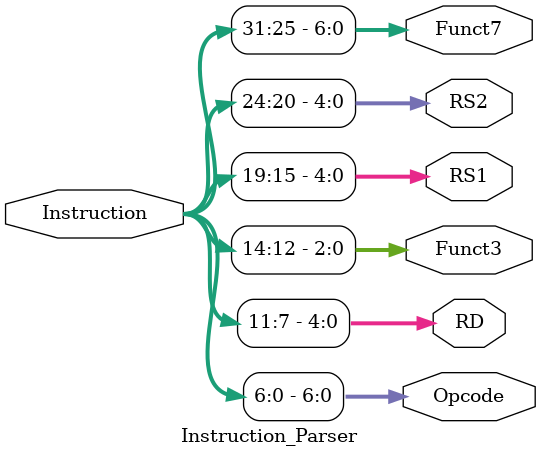
<source format=v>
`timescale 1ns / 1ps

module Instruction_Parser(
    input [31:0] Instruction,
    output [6:0] Opcode,
    output [4:0] RD,
    output [2:0] Funct3,
    output [4:0] RS1,
    output [4:0] RS2,
    output [6:0] Funct7
    );
    assign Opcode = Instruction[6:0];
    assign RD = Instruction[11:7];
    assign Funct3 = Instruction[14:12];
    assign RS1 = Instruction[19:15];
    assign RS2 = Instruction[24:20];
    assign Funct7 = Instruction[31:25];
endmodule

</source>
